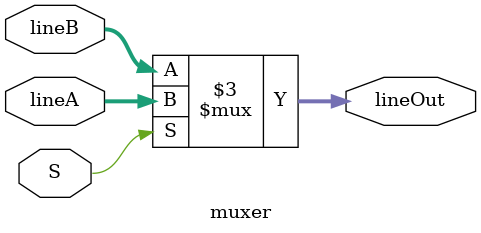
<source format=v>
module muxer(lineA, lineB, lineOut, S);

    input [4:0] lineA, lineB;
    input S;
    output reg [4:0] lineOut;
    
    always @ (*)
        begin
            if (S)
                begin
                    lineOut = lineA;
                end
            else
                begin
                    lineOut = lineB;
                end
        end
    
endmodule

</source>
